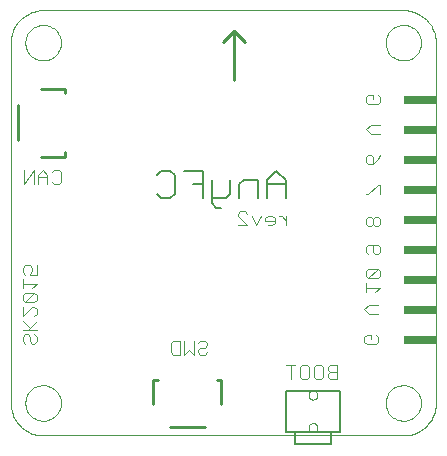
<source format=gbo>
G75*
%MOIN*%
%OFA0B0*%
%FSLAX24Y24*%
%IPPOS*%
%LPD*%
%AMOC8*
5,1,8,0,0,1.08239X$1,22.5*
%
%ADD10C,0.0000*%
%ADD11C,0.0040*%
%ADD12C,0.0100*%
%ADD13C,0.0080*%
%ADD14R,0.1100X0.0250*%
%ADD15C,0.0050*%
D10*
X006957Y004150D02*
X018965Y004150D01*
X018374Y005232D02*
X018376Y005280D01*
X018382Y005328D01*
X018392Y005375D01*
X018405Y005421D01*
X018423Y005466D01*
X018443Y005510D01*
X018468Y005552D01*
X018496Y005591D01*
X018526Y005628D01*
X018560Y005662D01*
X018597Y005694D01*
X018635Y005723D01*
X018676Y005748D01*
X018719Y005770D01*
X018764Y005788D01*
X018810Y005802D01*
X018857Y005813D01*
X018905Y005820D01*
X018953Y005823D01*
X019001Y005822D01*
X019049Y005817D01*
X019097Y005808D01*
X019143Y005796D01*
X019188Y005779D01*
X019232Y005759D01*
X019274Y005736D01*
X019314Y005709D01*
X019352Y005679D01*
X019387Y005646D01*
X019419Y005610D01*
X019449Y005572D01*
X019475Y005531D01*
X019497Y005488D01*
X019517Y005444D01*
X019532Y005399D01*
X019544Y005352D01*
X019552Y005304D01*
X019556Y005256D01*
X019556Y005208D01*
X019552Y005160D01*
X019544Y005112D01*
X019532Y005065D01*
X019517Y005020D01*
X019497Y004976D01*
X019475Y004933D01*
X019449Y004892D01*
X019419Y004854D01*
X019387Y004818D01*
X019352Y004785D01*
X019314Y004755D01*
X019274Y004728D01*
X019232Y004705D01*
X019188Y004685D01*
X019143Y004668D01*
X019097Y004656D01*
X019049Y004647D01*
X019001Y004642D01*
X018953Y004641D01*
X018905Y004644D01*
X018857Y004651D01*
X018810Y004662D01*
X018764Y004676D01*
X018719Y004694D01*
X018676Y004716D01*
X018635Y004741D01*
X018597Y004770D01*
X018560Y004802D01*
X018526Y004836D01*
X018496Y004873D01*
X018468Y004912D01*
X018443Y004954D01*
X018423Y004998D01*
X018405Y005043D01*
X018392Y005089D01*
X018382Y005136D01*
X018376Y005184D01*
X018374Y005232D01*
X018965Y004149D02*
X019028Y004151D01*
X019091Y004156D01*
X019153Y004165D01*
X019215Y004178D01*
X019276Y004194D01*
X019335Y004214D01*
X019394Y004238D01*
X019451Y004264D01*
X019507Y004294D01*
X019560Y004327D01*
X019612Y004363D01*
X019661Y004402D01*
X019708Y004444D01*
X019753Y004489D01*
X019795Y004536D01*
X019834Y004585D01*
X019870Y004637D01*
X019903Y004691D01*
X019933Y004746D01*
X019959Y004803D01*
X019983Y004862D01*
X020003Y004921D01*
X020019Y004982D01*
X020032Y005044D01*
X020041Y005106D01*
X020046Y005169D01*
X020048Y005232D01*
X020047Y005232D02*
X020047Y017240D01*
X018374Y017240D02*
X018376Y017288D01*
X018382Y017336D01*
X018392Y017383D01*
X018405Y017429D01*
X018423Y017474D01*
X018443Y017518D01*
X018468Y017560D01*
X018496Y017599D01*
X018526Y017636D01*
X018560Y017670D01*
X018597Y017702D01*
X018635Y017731D01*
X018676Y017756D01*
X018719Y017778D01*
X018764Y017796D01*
X018810Y017810D01*
X018857Y017821D01*
X018905Y017828D01*
X018953Y017831D01*
X019001Y017830D01*
X019049Y017825D01*
X019097Y017816D01*
X019143Y017804D01*
X019188Y017787D01*
X019232Y017767D01*
X019274Y017744D01*
X019314Y017717D01*
X019352Y017687D01*
X019387Y017654D01*
X019419Y017618D01*
X019449Y017580D01*
X019475Y017539D01*
X019497Y017496D01*
X019517Y017452D01*
X019532Y017407D01*
X019544Y017360D01*
X019552Y017312D01*
X019556Y017264D01*
X019556Y017216D01*
X019552Y017168D01*
X019544Y017120D01*
X019532Y017073D01*
X019517Y017028D01*
X019497Y016984D01*
X019475Y016941D01*
X019449Y016900D01*
X019419Y016862D01*
X019387Y016826D01*
X019352Y016793D01*
X019314Y016763D01*
X019274Y016736D01*
X019232Y016713D01*
X019188Y016693D01*
X019143Y016676D01*
X019097Y016664D01*
X019049Y016655D01*
X019001Y016650D01*
X018953Y016649D01*
X018905Y016652D01*
X018857Y016659D01*
X018810Y016670D01*
X018764Y016684D01*
X018719Y016702D01*
X018676Y016724D01*
X018635Y016749D01*
X018597Y016778D01*
X018560Y016810D01*
X018526Y016844D01*
X018496Y016881D01*
X018468Y016920D01*
X018443Y016962D01*
X018423Y017006D01*
X018405Y017051D01*
X018392Y017097D01*
X018382Y017144D01*
X018376Y017192D01*
X018374Y017240D01*
X018965Y018323D02*
X019028Y018321D01*
X019091Y018316D01*
X019153Y018307D01*
X019215Y018294D01*
X019276Y018278D01*
X019335Y018258D01*
X019394Y018234D01*
X019451Y018208D01*
X019507Y018178D01*
X019560Y018145D01*
X019612Y018109D01*
X019661Y018070D01*
X019708Y018028D01*
X019753Y017983D01*
X019795Y017936D01*
X019834Y017887D01*
X019870Y017835D01*
X019903Y017782D01*
X019933Y017726D01*
X019959Y017669D01*
X019983Y017610D01*
X020003Y017551D01*
X020019Y017490D01*
X020032Y017428D01*
X020041Y017366D01*
X020046Y017303D01*
X020048Y017240D01*
X018965Y018323D02*
X006957Y018323D01*
X006366Y017240D02*
X006368Y017288D01*
X006374Y017336D01*
X006384Y017383D01*
X006397Y017429D01*
X006415Y017474D01*
X006435Y017518D01*
X006460Y017560D01*
X006488Y017599D01*
X006518Y017636D01*
X006552Y017670D01*
X006589Y017702D01*
X006627Y017731D01*
X006668Y017756D01*
X006711Y017778D01*
X006756Y017796D01*
X006802Y017810D01*
X006849Y017821D01*
X006897Y017828D01*
X006945Y017831D01*
X006993Y017830D01*
X007041Y017825D01*
X007089Y017816D01*
X007135Y017804D01*
X007180Y017787D01*
X007224Y017767D01*
X007266Y017744D01*
X007306Y017717D01*
X007344Y017687D01*
X007379Y017654D01*
X007411Y017618D01*
X007441Y017580D01*
X007467Y017539D01*
X007489Y017496D01*
X007509Y017452D01*
X007524Y017407D01*
X007536Y017360D01*
X007544Y017312D01*
X007548Y017264D01*
X007548Y017216D01*
X007544Y017168D01*
X007536Y017120D01*
X007524Y017073D01*
X007509Y017028D01*
X007489Y016984D01*
X007467Y016941D01*
X007441Y016900D01*
X007411Y016862D01*
X007379Y016826D01*
X007344Y016793D01*
X007306Y016763D01*
X007266Y016736D01*
X007224Y016713D01*
X007180Y016693D01*
X007135Y016676D01*
X007089Y016664D01*
X007041Y016655D01*
X006993Y016650D01*
X006945Y016649D01*
X006897Y016652D01*
X006849Y016659D01*
X006802Y016670D01*
X006756Y016684D01*
X006711Y016702D01*
X006668Y016724D01*
X006627Y016749D01*
X006589Y016778D01*
X006552Y016810D01*
X006518Y016844D01*
X006488Y016881D01*
X006460Y016920D01*
X006435Y016962D01*
X006415Y017006D01*
X006397Y017051D01*
X006384Y017097D01*
X006374Y017144D01*
X006368Y017192D01*
X006366Y017240D01*
X005874Y017240D02*
X005874Y005232D01*
X006366Y005232D02*
X006368Y005280D01*
X006374Y005328D01*
X006384Y005375D01*
X006397Y005421D01*
X006415Y005466D01*
X006435Y005510D01*
X006460Y005552D01*
X006488Y005591D01*
X006518Y005628D01*
X006552Y005662D01*
X006589Y005694D01*
X006627Y005723D01*
X006668Y005748D01*
X006711Y005770D01*
X006756Y005788D01*
X006802Y005802D01*
X006849Y005813D01*
X006897Y005820D01*
X006945Y005823D01*
X006993Y005822D01*
X007041Y005817D01*
X007089Y005808D01*
X007135Y005796D01*
X007180Y005779D01*
X007224Y005759D01*
X007266Y005736D01*
X007306Y005709D01*
X007344Y005679D01*
X007379Y005646D01*
X007411Y005610D01*
X007441Y005572D01*
X007467Y005531D01*
X007489Y005488D01*
X007509Y005444D01*
X007524Y005399D01*
X007536Y005352D01*
X007544Y005304D01*
X007548Y005256D01*
X007548Y005208D01*
X007544Y005160D01*
X007536Y005112D01*
X007524Y005065D01*
X007509Y005020D01*
X007489Y004976D01*
X007467Y004933D01*
X007441Y004892D01*
X007411Y004854D01*
X007379Y004818D01*
X007344Y004785D01*
X007306Y004755D01*
X007266Y004728D01*
X007224Y004705D01*
X007180Y004685D01*
X007135Y004668D01*
X007089Y004656D01*
X007041Y004647D01*
X006993Y004642D01*
X006945Y004641D01*
X006897Y004644D01*
X006849Y004651D01*
X006802Y004662D01*
X006756Y004676D01*
X006711Y004694D01*
X006668Y004716D01*
X006627Y004741D01*
X006589Y004770D01*
X006552Y004802D01*
X006518Y004836D01*
X006488Y004873D01*
X006460Y004912D01*
X006435Y004954D01*
X006415Y004998D01*
X006397Y005043D01*
X006384Y005089D01*
X006374Y005136D01*
X006368Y005184D01*
X006366Y005232D01*
X005874Y005232D02*
X005876Y005169D01*
X005881Y005106D01*
X005890Y005044D01*
X005903Y004982D01*
X005919Y004921D01*
X005939Y004862D01*
X005963Y004803D01*
X005989Y004746D01*
X006019Y004691D01*
X006052Y004637D01*
X006088Y004585D01*
X006127Y004536D01*
X006169Y004489D01*
X006214Y004444D01*
X006261Y004402D01*
X006310Y004363D01*
X006362Y004327D01*
X006415Y004294D01*
X006471Y004264D01*
X006528Y004238D01*
X006587Y004214D01*
X006646Y004194D01*
X006707Y004178D01*
X006769Y004165D01*
X006831Y004156D01*
X006894Y004151D01*
X006957Y004149D01*
X015804Y004411D02*
X015806Y004435D01*
X015812Y004458D01*
X015821Y004480D01*
X015834Y004500D01*
X015849Y004518D01*
X015868Y004533D01*
X015889Y004545D01*
X015911Y004553D01*
X015934Y004558D01*
X015958Y004559D01*
X015982Y004556D01*
X016004Y004549D01*
X016026Y004539D01*
X016046Y004526D01*
X016063Y004509D01*
X016077Y004490D01*
X016088Y004469D01*
X016096Y004446D01*
X016100Y004423D01*
X016100Y004399D01*
X016096Y004376D01*
X016088Y004353D01*
X016077Y004332D01*
X016063Y004313D01*
X016046Y004296D01*
X016026Y004283D01*
X016004Y004273D01*
X015982Y004266D01*
X015958Y004263D01*
X015934Y004264D01*
X015911Y004269D01*
X015889Y004277D01*
X015868Y004289D01*
X015849Y004304D01*
X015834Y004322D01*
X015821Y004342D01*
X015812Y004364D01*
X015806Y004387D01*
X015804Y004411D01*
X015804Y005493D02*
X015806Y005517D01*
X015812Y005540D01*
X015821Y005562D01*
X015834Y005582D01*
X015849Y005600D01*
X015868Y005615D01*
X015889Y005627D01*
X015911Y005635D01*
X015934Y005640D01*
X015958Y005641D01*
X015982Y005638D01*
X016004Y005631D01*
X016026Y005621D01*
X016046Y005608D01*
X016063Y005591D01*
X016077Y005572D01*
X016088Y005551D01*
X016096Y005528D01*
X016100Y005505D01*
X016100Y005481D01*
X016096Y005458D01*
X016088Y005435D01*
X016077Y005414D01*
X016063Y005395D01*
X016046Y005378D01*
X016026Y005365D01*
X016004Y005355D01*
X015982Y005348D01*
X015958Y005345D01*
X015934Y005346D01*
X015911Y005351D01*
X015889Y005359D01*
X015868Y005371D01*
X015849Y005386D01*
X015834Y005404D01*
X015821Y005424D01*
X015812Y005446D01*
X015806Y005469D01*
X015804Y005493D01*
X005874Y017240D02*
X005876Y017303D01*
X005881Y017366D01*
X005890Y017428D01*
X005903Y017490D01*
X005919Y017551D01*
X005939Y017610D01*
X005963Y017669D01*
X005989Y017726D01*
X006019Y017782D01*
X006052Y017835D01*
X006088Y017887D01*
X006127Y017936D01*
X006169Y017983D01*
X006214Y018028D01*
X006261Y018070D01*
X006310Y018109D01*
X006362Y018145D01*
X006416Y018178D01*
X006471Y018208D01*
X006528Y018234D01*
X006587Y018258D01*
X006646Y018278D01*
X006707Y018294D01*
X006769Y018307D01*
X006831Y018316D01*
X006894Y018321D01*
X006957Y018323D01*
D11*
X006943Y012995D02*
X006790Y012841D01*
X006790Y012534D01*
X006636Y012534D02*
X006636Y012995D01*
X006329Y012534D01*
X006329Y012995D01*
X006790Y012765D02*
X007096Y012765D01*
X007096Y012841D02*
X006943Y012995D01*
X007096Y012841D02*
X007096Y012534D01*
X007250Y012611D02*
X007327Y012534D01*
X007480Y012534D01*
X007557Y012611D01*
X007557Y012918D01*
X007480Y012995D01*
X007327Y012995D01*
X007250Y012918D01*
X006745Y009818D02*
X006745Y009511D01*
X006515Y009511D01*
X006591Y009665D01*
X006591Y009742D01*
X006515Y009818D01*
X006361Y009818D01*
X006284Y009742D01*
X006284Y009588D01*
X006361Y009511D01*
X006284Y009358D02*
X006284Y009051D01*
X006284Y009205D02*
X006745Y009205D01*
X006591Y009051D01*
X006668Y008898D02*
X006361Y008898D01*
X006284Y008821D01*
X006284Y008667D01*
X006361Y008591D01*
X006668Y008898D01*
X006745Y008821D01*
X006745Y008667D01*
X006668Y008591D01*
X006361Y008591D01*
X006284Y008437D02*
X006284Y008130D01*
X006591Y008437D01*
X006668Y008437D01*
X006745Y008360D01*
X006745Y008207D01*
X006668Y008130D01*
X006745Y007977D02*
X006438Y007670D01*
X006515Y007747D02*
X006284Y007977D01*
X006284Y007670D02*
X006745Y007670D01*
X006668Y007516D02*
X006745Y007440D01*
X006745Y007286D01*
X006668Y007210D01*
X006591Y007210D01*
X006515Y007286D01*
X006515Y007440D01*
X006438Y007516D01*
X006361Y007516D01*
X006284Y007440D01*
X006284Y007286D01*
X006361Y007210D01*
X011204Y007231D02*
X011204Y006924D01*
X011281Y006847D01*
X011511Y006847D01*
X011511Y007307D01*
X011281Y007307D01*
X011204Y007231D01*
X011665Y007307D02*
X011665Y006847D01*
X011818Y007000D01*
X011971Y006847D01*
X011971Y007307D01*
X012125Y007231D02*
X012202Y007307D01*
X012355Y007307D01*
X012432Y007231D01*
X012432Y007154D01*
X012355Y007077D01*
X012202Y007077D01*
X012125Y007000D01*
X012125Y006924D01*
X012202Y006847D01*
X012355Y006847D01*
X012432Y006924D01*
X015056Y006495D02*
X015363Y006495D01*
X015210Y006495D02*
X015210Y006034D01*
X015517Y006111D02*
X015517Y006418D01*
X015593Y006495D01*
X015747Y006495D01*
X015824Y006418D01*
X015824Y006111D01*
X015747Y006034D01*
X015593Y006034D01*
X015517Y006111D01*
X015977Y006111D02*
X015977Y006418D01*
X016054Y006495D01*
X016207Y006495D01*
X016284Y006418D01*
X016284Y006111D01*
X016207Y006034D01*
X016054Y006034D01*
X015977Y006111D01*
X016437Y006111D02*
X016437Y006188D01*
X016514Y006265D01*
X016744Y006265D01*
X016744Y006495D02*
X016514Y006495D01*
X016437Y006418D01*
X016437Y006341D01*
X016514Y006265D01*
X016437Y006111D02*
X016514Y006034D01*
X016744Y006034D01*
X016744Y006495D01*
X017659Y007276D02*
X017659Y007429D01*
X017736Y007506D01*
X017890Y007506D01*
X017890Y007352D01*
X018043Y007199D02*
X017736Y007199D01*
X017659Y007276D01*
X018043Y007199D02*
X018120Y007276D01*
X018120Y007429D01*
X018043Y007506D01*
X018120Y008199D02*
X017813Y008199D01*
X017659Y008352D01*
X017813Y008506D01*
X018120Y008506D01*
X018029Y008926D02*
X018182Y009080D01*
X017722Y009080D01*
X017722Y009233D02*
X017722Y008926D01*
X017799Y009386D02*
X018106Y009693D01*
X017799Y009693D01*
X017722Y009617D01*
X017722Y009463D01*
X017799Y009386D01*
X018106Y009386D01*
X018182Y009463D01*
X018182Y009617D01*
X018106Y009693D01*
X018106Y010199D02*
X018029Y010199D01*
X017952Y010276D01*
X017952Y010506D01*
X017799Y010506D02*
X018106Y010506D01*
X018182Y010429D01*
X018182Y010276D01*
X018106Y010199D01*
X017799Y010199D02*
X017722Y010276D01*
X017722Y010429D01*
X017799Y010506D01*
X017799Y011136D02*
X017875Y011136D01*
X017952Y011213D01*
X017952Y011367D01*
X017875Y011443D01*
X017799Y011443D01*
X017722Y011367D01*
X017722Y011213D01*
X017799Y011136D01*
X017952Y011213D02*
X018029Y011136D01*
X018106Y011136D01*
X018182Y011213D01*
X018182Y011367D01*
X018106Y011443D01*
X018029Y011443D01*
X017952Y011367D01*
X017799Y012199D02*
X017722Y012199D01*
X017799Y012199D02*
X018106Y012506D01*
X018182Y012506D01*
X018182Y012199D01*
X017952Y013199D02*
X017952Y013429D01*
X017875Y013506D01*
X017799Y013506D01*
X017722Y013429D01*
X017722Y013276D01*
X017799Y013199D01*
X017952Y013199D01*
X018106Y013352D01*
X018182Y013506D01*
X018182Y014199D02*
X017875Y014199D01*
X017722Y014352D01*
X017875Y014506D01*
X018182Y014506D01*
X018106Y015199D02*
X017799Y015199D01*
X017722Y015276D01*
X017722Y015429D01*
X017799Y015506D01*
X017952Y015506D01*
X017952Y015352D01*
X018106Y015199D02*
X018182Y015276D01*
X018182Y015429D01*
X018106Y015506D01*
X015057Y011466D02*
X015057Y011159D01*
X015057Y011313D02*
X014903Y011466D01*
X014827Y011466D01*
X014673Y011390D02*
X014596Y011466D01*
X014443Y011466D01*
X014366Y011390D01*
X014366Y011313D01*
X014673Y011313D01*
X014673Y011236D02*
X014673Y011390D01*
X014673Y011236D02*
X014596Y011159D01*
X014443Y011159D01*
X014059Y011159D02*
X013906Y011466D01*
X013752Y011543D02*
X013676Y011620D01*
X013522Y011620D01*
X013445Y011543D01*
X013445Y011466D01*
X013752Y011159D01*
X013445Y011159D01*
X014059Y011159D02*
X014213Y011466D01*
D12*
X013327Y016014D02*
X013327Y017639D01*
X013702Y017264D01*
X013327Y017639D02*
X012952Y017264D01*
X007695Y015708D02*
X007695Y015561D01*
X007695Y015708D02*
X006899Y015708D01*
X006122Y015167D02*
X006122Y013986D01*
X006899Y013446D02*
X007695Y013446D01*
X007695Y013593D01*
X010633Y006008D02*
X010780Y006008D01*
X010633Y006008D02*
X010633Y005211D01*
X011174Y004434D02*
X012355Y004434D01*
X012895Y005211D02*
X012895Y006008D01*
X012749Y006008D01*
D13*
X012735Y011747D02*
X012888Y011747D01*
X012735Y011747D02*
X012581Y011901D01*
X012581Y012668D01*
X012275Y012515D02*
X011968Y012515D01*
X012275Y012975D02*
X011661Y012975D01*
X011354Y012822D02*
X011354Y012208D01*
X011200Y012054D01*
X010893Y012054D01*
X010740Y012208D01*
X010740Y012822D02*
X010893Y012975D01*
X011200Y012975D01*
X011354Y012822D01*
X012275Y012975D02*
X012275Y012054D01*
X012581Y012054D02*
X013042Y012054D01*
X013195Y012208D01*
X013195Y012668D01*
X013502Y012515D02*
X013502Y012054D01*
X013502Y012515D02*
X013656Y012668D01*
X014116Y012668D01*
X014116Y012054D01*
X014423Y012054D02*
X014423Y012668D01*
X014730Y012975D01*
X015037Y012668D01*
X015037Y012054D01*
X015037Y012515D02*
X014423Y012515D01*
D14*
X019527Y012327D03*
X019527Y013327D03*
X019527Y014327D03*
X019527Y015327D03*
X019527Y011327D03*
X019527Y010327D03*
X019527Y009327D03*
X019527Y008327D03*
X019527Y007327D03*
D15*
X016851Y005633D02*
X016851Y004271D01*
X015053Y004271D01*
X015053Y005633D01*
X016851Y005633D01*
X016552Y004252D02*
X016552Y003852D01*
X015352Y003852D01*
X015352Y004252D01*
M02*

</source>
